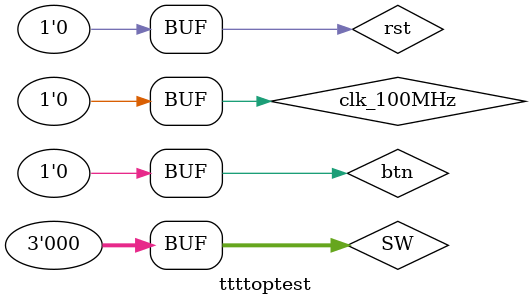
<source format=v>
`timescale 1ns / 1ps


module ttttoptest;

	// Inputs
	reg clk_100MHz;
	reg rst;
	reg btn;
	reg [2:0] SW;

	// Outputs
	wire [7:0] LED;

	// Instantiate the Unit Under Test (UUT)
	TopTest uut (
		.clk_100MHz(clk_100MHz), 
		.rst(rst), 
		.btn(btn), 
		.SW(SW), 
		.LED(LED)
	);

	initial begin
		// Initialize Inputs
		clk_100MHz = 0;
		rst = 0;
		btn = 0;
		SW = 0;

		// Wait 100 ns for global reset to finish
		#100;
        
		// Add stimulus here

	end
      
endmodule


</source>
